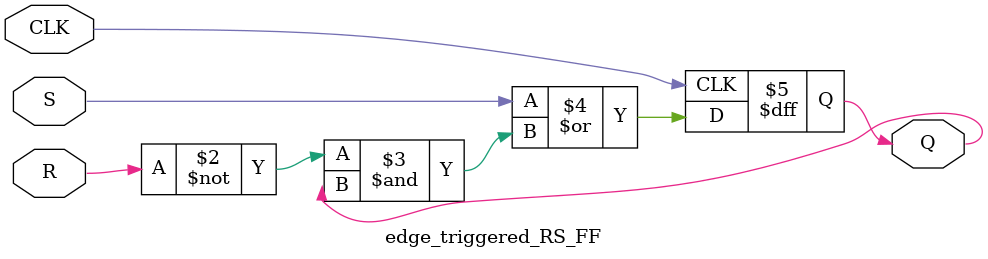
<source format=v>
module edge_triggered_RS_FF(R,S, CLK, Q);
 input R;
input S;
 input CLK;
 output Q;
reg Q;
always @(posedge CLK)
Q=S|(~R&Q);
endmodule

</source>
